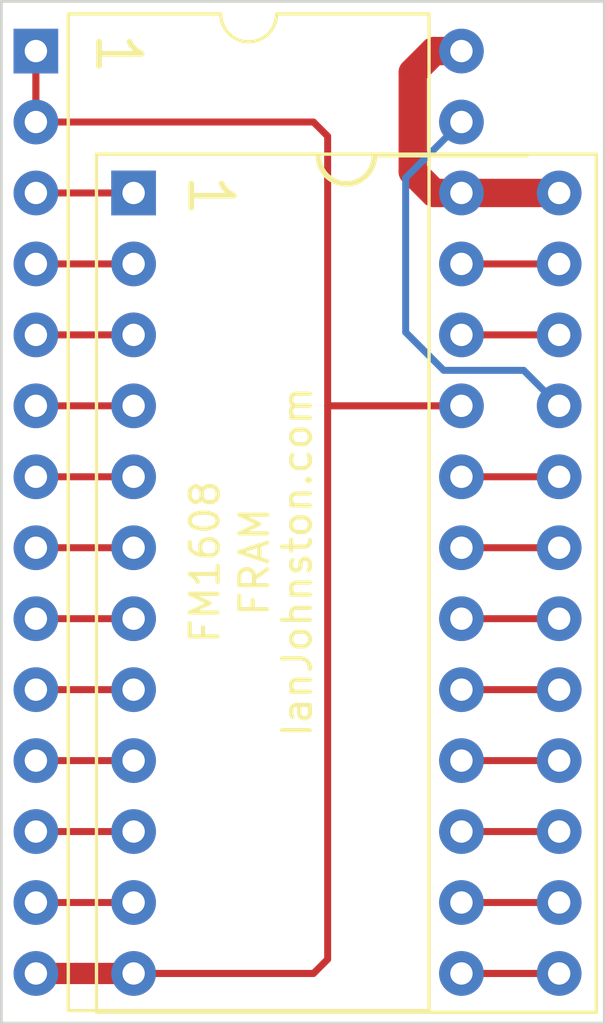
<source format=kicad_pcb>
(kicad_pcb (version 20240108) (generator "pcbnew") (generator_version "8.0")
  (layers (0 "F.Cu" signal) (31 "B.Cu" signal) (34 "B.Paste" user) (35 "F.Paste" user) (36 "B.SilkS" user "B.Silkscreen") (37 "F.SilkS" user "F.Silkscreen") (38 "B.Mask" user) (39 "F.Mask" user) (44 "Edge.Cuts" user))
  (net 0 "")
  (net 1 "Net-(SOCKET1-A7)")
  (net 2 "Net-(SOCKET1-A6)")
  (net 3 "Net-(SOCKET1-A5)")
  (net 4 "Net-(SOCKET1-A4)")
  (net 5 "Net-(SOCKET1-A3)")
  (net 6 "Net-(SOCKET1-A2)")
  (net 7 "Net-(SOCKET1-A1)")
  (net 8 "Net-(SOCKET1-A0)")
  (net 9 "Net-(SOCKET1-D0)")
  (net 10 "Net-(SOCKET1-D1)")
  (net 11 "Net-(SOCKET1-D2)")
  (net 12 "Net-(SOCKET1-GND)")
  (net 13 "Net-(SOCKET1-D3)")
  (net 14 "Net-(SOCKET1-D4)")
  (net 15 "Net-(SOCKET1-D5)")
  (net 16 "Net-(SOCKET1-D6)")
  (net 17 "Net-(SOCKET1-D7)")
  (net 18 "Net-(SOCKET1-~{CE})")
  (net 19 "Net-(SOCKET1-A10)")
  (net 20 "Net-(SOCKET1-~{OE})")
  (net 21 "Net-(SOCKET1-~{WE})")
  (net 22 "Net-(SOCKET1-A9)")
  (net 23 "Net-(SOCKET1-A8)")
  (net 24 "Net-(SOCKET1-VCC)")
  (footprint "Package_DIP:DIP-28_W15.24mm" (layer "F.Cu") (at 137.125 77.724)
    (property "Reference" "U1" (hide yes))
    (property "Value" "FM1608B-SG" (hide yes))
    (fp_line (start 1.16 -1.33) (end 1.16 34.35) (stroke (width 0.12)) (layer "F.SilkS"))
    (fp_line (start 1.16 34.35) (end 14.08 34.35) (stroke (width 0.12)) (layer "F.SilkS"))
    (fp_line (start 6.62 -1.33) (end 1.16 -1.33) (stroke (width 0.12)) (layer "F.SilkS"))
    (fp_line (start 14.08 -1.33) (end 8.62 -1.33) (stroke (width 0.12)) (layer "F.SilkS"))
    (fp_line (start 14.08 34.35) (end 14.08 -1.33) (stroke (width 0.12)) (layer "F.SilkS"))
    (fp_arc (start 8.62 -1.33) (mid 7.62 -0.33) (end 6.62 -1.33) (stroke (width 0.12)) (layer "F.SilkS"))
    (pad "1" thru_hole rect (at 0 0) (size 1.6 1.6) (drill 0.8) (layers "*.Cu" "*.Mask") (net 12 "Net-(SOCKET1-GND)"))
    (pad "2" thru_hole oval (at 0 2.54) (size 1.6 1.6) (drill 0.8) (layers "*.Cu" "*.Mask") (net 12 "Net-(SOCKET1-GND)"))
    (pad "3" thru_hole oval (at 0 5.08) (size 1.6 1.6) (drill 0.8) (layers "*.Cu" "*.Mask") (net 1 "Net-(SOCKET1-A7)"))
    (pad "4" thru_hole oval (at 0 7.62) (size 1.6 1.6) (drill 0.8) (layers "*.Cu" "*.Mask") (net 2 "Net-(SOCKET1-A6)"))
    (pad "5" thru_hole oval (at 0 10.16) (size 1.6 1.6) (drill 0.8) (layers "*.Cu" "*.Mask") (net 3 "Net-(SOCKET1-A5)"))
    (pad "6" thru_hole oval (at 0 12.7) (size 1.6 1.6) (drill 0.8) (layers "*.Cu" "*.Mask") (net 4 "Net-(SOCKET1-A4)"))
    (pad "7" thru_hole oval (at 0 15.24) (size 1.6 1.6) (drill 0.8) (layers "*.Cu" "*.Mask") (net 5 "Net-(SOCKET1-A3)"))
    (pad "8" thru_hole oval (at 0 17.78) (size 1.6 1.6) (drill 0.8) (layers "*.Cu" "*.Mask") (net 6 "Net-(SOCKET1-A2)"))
    (pad "9" thru_hole oval (at 0 20.32) (size 1.6 1.6) (drill 0.8) (layers "*.Cu" "*.Mask") (net 7 "Net-(SOCKET1-A1)"))
    (pad "10" thru_hole oval (at 0 22.86) (size 1.6 1.6) (drill 0.8) (layers "*.Cu" "*.Mask") (net 8 "Net-(SOCKET1-A0)"))
    (pad "11" thru_hole oval (at 0 25.4) (size 1.6 1.6) (drill 0.8) (layers "*.Cu" "*.Mask") (net 9 "Net-(SOCKET1-D0)"))
    (pad "12" thru_hole oval (at 0 27.94) (size 1.6 1.6) (drill 0.8) (layers "*.Cu" "*.Mask") (net 10 "Net-(SOCKET1-D1)"))
    (pad "13" thru_hole oval (at 0 30.48) (size 1.6 1.6) (drill 0.8) (layers "*.Cu" "*.Mask") (net 11 "Net-(SOCKET1-D2)"))
    (pad "14" thru_hole oval (at 0 33.02) (size 1.6 1.6) (drill 0.8) (layers "*.Cu" "*.Mask") (net 12 "Net-(SOCKET1-GND)"))
    (pad "15" thru_hole oval (at 15.24 33.02) (size 1.6 1.6) (drill 0.8) (layers "*.Cu" "*.Mask") (net 13 "Net-(SOCKET1-D3)"))
    (pad "16" thru_hole oval (at 15.24 30.48) (size 1.6 1.6) (drill 0.8) (layers "*.Cu" "*.Mask") (net 14 "Net-(SOCKET1-D4)"))
    (pad "17" thru_hole oval (at 15.24 27.94) (size 1.6 1.6) (drill 0.8) (layers "*.Cu" "*.Mask") (net 15 "Net-(SOCKET1-D5)"))
    (pad "18" thru_hole oval (at 15.24 25.4) (size 1.6 1.6) (drill 0.8) (layers "*.Cu" "*.Mask") (net 16 "Net-(SOCKET1-D6)"))
    (pad "19" thru_hole oval (at 15.24 22.86) (size 1.6 1.6) (drill 0.8) (layers "*.Cu" "*.Mask") (net 17 "Net-(SOCKET1-D7)"))
    (pad "20" thru_hole oval (at 15.24 20.32) (size 1.6 1.6) (drill 0.8) (layers "*.Cu" "*.Mask") (net 18 "Net-(SOCKET1-~{CE})"))
    (pad "21" thru_hole oval (at 15.24 17.78) (size 1.6 1.6) (drill 0.8) (layers "*.Cu" "*.Mask") (net 19 "Net-(SOCKET1-A10)"))
    (pad "22" thru_hole oval (at 15.24 15.24) (size 1.6 1.6) (drill 0.8) (layers "*.Cu" "*.Mask") (net 20 "Net-(SOCKET1-~{OE})"))
    (pad "23" thru_hole oval (at 15.24 12.7) (size 1.6 1.6) (drill 0.8) (layers "*.Cu" "*.Mask") (net 12 "Net-(SOCKET1-GND)"))
    (pad "24" thru_hole oval (at 15.24 10.16) (size 1.6 1.6) (drill 0.8) (layers "*.Cu" "*.Mask") (net 22 "Net-(SOCKET1-A9)"))
    (pad "25" thru_hole oval (at 15.24 7.62) (size 1.6 1.6) (drill 0.8) (layers "*.Cu" "*.Mask") (net 23 "Net-(SOCKET1-A8)"))
    (pad "26" thru_hole oval (at 15.24 5.08) (size 1.6 1.6) (drill 0.8) (layers "*.Cu" "*.Mask") (net 24 "Net-(SOCKET1-VCC)"))
    (pad "27" thru_hole oval (at 15.24 2.54) (size 1.6 1.6) (drill 0.8) (layers "*.Cu" "*.Mask") (net 21 "Net-(SOCKET1-~{WE})"))
    (pad "28" thru_hole oval (at 15.24 0) (size 1.6 1.6) (drill 0.8) (layers "*.Cu" "*.Mask") (net 24 "Net-(SOCKET1-VCC)"))
  )
  (footprint "Package_DIP:DIP-24_W15.24mm_Socket" (layer "F.Cu") (at 140.625 82.804)
    (property "Reference" "SOCKET1" (hide yes))
    (property "Value" "~" (hide yes))
    (fp_line (start -1.33 -1.39) (end -1.33 29.33) (stroke (width 0.12)) (layer "F.SilkS"))
    (fp_line (start -1.33 29.33) (end 16.57 29.33) (stroke (width 0.12)) (layer "F.SilkS"))
    (fp_line (start 14.08 -1.33) (end 8.62 -1.33) (stroke (width 0.12)) (layer "F.SilkS"))
    (fp_line (start 16.57 -1.39) (end -1.33 -1.39) (stroke (width 0.12)) (layer "F.SilkS"))
    (fp_line (start 16.57 29.33) (end 16.57 -1.39) (stroke (width 0.12)) (layer "F.SilkS"))
    (fp_arc (start 8.62 -1.33) (mid 7.62 -0.33) (end 6.62 -1.33) (stroke (width 0.2)) (layer "F.SilkS"))
    (pad "1" thru_hole rect (at 0 0) (size 1.6 1.6) (drill 0.8) (layers "*.Cu" "*.Mask") (net 1 "Net-(SOCKET1-A7)"))
    (pad "2" thru_hole oval (at 0 2.54) (size 1.6 1.6) (drill 0.8) (layers "*.Cu" "*.Mask") (net 2 "Net-(SOCKET1-A6)"))
    (pad "3" thru_hole oval (at 0 5.08) (size 1.6 1.6) (drill 0.8) (layers "*.Cu" "*.Mask") (net 3 "Net-(SOCKET1-A5)"))
    (pad "4" thru_hole oval (at 0 7.62) (size 1.6 1.6) (drill 0.8) (layers "*.Cu" "*.Mask") (net 4 "Net-(SOCKET1-A4)"))
    (pad "5" thru_hole oval (at 0 10.16) (size 1.6 1.6) (drill 0.8) (layers "*.Cu" "*.Mask") (net 5 "Net-(SOCKET1-A3)"))
    (pad "6" thru_hole oval (at 0 12.7) (size 1.6 1.6) (drill 0.8) (layers "*.Cu" "*.Mask") (net 6 "Net-(SOCKET1-A2)"))
    (pad "7" thru_hole oval (at 0 15.24) (size 1.6 1.6) (drill 0.8) (layers "*.Cu" "*.Mask") (net 7 "Net-(SOCKET1-A1)"))
    (pad "8" thru_hole oval (at 0 17.78) (size 1.6 1.6) (drill 0.8) (layers "*.Cu" "*.Mask") (net 8 "Net-(SOCKET1-A0)"))
    (pad "9" thru_hole oval (at 0 20.32) (size 1.6 1.6) (drill 0.8) (layers "*.Cu" "*.Mask") (net 9 "Net-(SOCKET1-D0)"))
    (pad "10" thru_hole oval (at 0 22.86) (size 1.6 1.6) (drill 0.8) (layers "*.Cu" "*.Mask") (net 10 "Net-(SOCKET1-D1)"))
    (pad "11" thru_hole oval (at 0 25.4) (size 1.6 1.6) (drill 0.8) (layers "*.Cu" "*.Mask") (net 11 "Net-(SOCKET1-D2)"))
    (pad "12" thru_hole oval (at 0 27.94) (size 1.6 1.6) (drill 0.8) (layers "*.Cu" "*.Mask") (net 12 "Net-(SOCKET1-GND)"))
    (pad "13" thru_hole oval (at 15.24 27.94) (size 1.6 1.6) (drill 0.8) (layers "*.Cu" "*.Mask") (net 13 "Net-(SOCKET1-D3)"))
    (pad "14" thru_hole oval (at 15.24 25.4) (size 1.6 1.6) (drill 0.8) (layers "*.Cu" "*.Mask") (net 14 "Net-(SOCKET1-D4)"))
    (pad "15" thru_hole oval (at 15.24 22.86) (size 1.6 1.6) (drill 0.8) (layers "*.Cu" "*.Mask") (net 15 "Net-(SOCKET1-D5)"))
    (pad "16" thru_hole oval (at 15.24 20.32) (size 1.6 1.6) (drill 0.8) (layers "*.Cu" "*.Mask") (net 16 "Net-(SOCKET1-D6)"))
    (pad "17" thru_hole oval (at 15.24 17.78) (size 1.6 1.6) (drill 0.8) (layers "*.Cu" "*.Mask") (net 17 "Net-(SOCKET1-D7)"))
    (pad "18" thru_hole oval (at 15.24 15.24) (size 1.6 1.6) (drill 0.8) (layers "*.Cu" "*.Mask") (net 18 "Net-(SOCKET1-~{CE})"))
    (pad "19" thru_hole oval (at 15.24 12.7) (size 1.6 1.6) (drill 0.8) (layers "*.Cu" "*.Mask") (net 19 "Net-(SOCKET1-A10)"))
    (pad "20" thru_hole oval (at 15.24 10.16) (size 1.6 1.6) (drill 0.8) (layers "*.Cu" "*.Mask") (net 20 "Net-(SOCKET1-~{OE})"))
    (pad "21" thru_hole oval (at 15.24 7.62) (size 1.6 1.6) (drill 0.8) (layers "*.Cu" "*.Mask") (net 21 "Net-(SOCKET1-~{WE})"))
    (pad "22" thru_hole oval (at 15.24 5.08) (size 1.6 1.6) (drill 0.8) (layers "*.Cu" "*.Mask") (net 22 "Net-(SOCKET1-A9)"))
    (pad "23" thru_hole oval (at 15.24 2.54) (size 1.6 1.6) (drill 0.8) (layers "*.Cu" "*.Mask") (net 23 "Net-(SOCKET1-A8)"))
    (pad "24" thru_hole oval (at 15.24 0) (size 1.6 1.6) (drill 0.8) (layers "*.Cu" "*.Mask") (net 24 "Net-(SOCKET1-VCC)"))
  )
  (gr_line (start 157.48 75.946) (end 157.48 112.522) (stroke (width 0.1)) (layer "Edge.Cuts"))
  (gr_line (start 135.89 75.946) (end 157.48 75.946) (stroke (width 0.1)) (layer "Edge.Cuts"))
  (gr_line (start 135.89 112.522) (end 135.89 75.946) (stroke (width 0.1)) (layer "Edge.Cuts"))
  (gr_line (start 157.48 112.522) (end 135.89 112.522) (stroke (width 0.1)) (layer "Edge.Cuts"))
  (gr_text "IanJohnston.com" (at 147.066 96.012 90) (layer "F.SilkS") (effects (font (size 1 1)) (justify bottom)))
  (gr_text "1" (at 142.494 82.042 270) (layer "F.SilkS") (effects (font (size 1.524 1.524) (thickness 0.2032)) (justify left bottom)))
  (gr_text "FM1608" (at 143.764 96.012 90) (layer "F.SilkS") (effects (font (size 1 1)) (justify bottom)))
  (gr_text "FRAM" (at 145.542 96.012 90) (layer "F.SilkS") (effects (font (size 1 1)) (justify bottom)))
  (gr_text "1" (at 139.192 76.962 270) (layer "F.SilkS") (effects (font (size 1.524 1.524) (thickness 0.2032)) (justify left bottom)))
  (segment (start 137.125 82.804) (end 140.625 82.804) (width 0.25) (layer "F.Cu") (net 1))
  (segment (start 137.125 85.344) (end 140.625 85.344) (width 0.25) (layer "F.Cu") (net 2))
  (segment (start 137.125 87.884) (end 140.625 87.884) (width 0.25) (layer "F.Cu") (net 3))
  (segment (start 137.125 90.424) (end 140.625 90.424) (width 0.25) (layer "F.Cu") (net 4))
  (segment (start 137.125 92.964) (end 140.625 92.964) (width 0.25) (layer "F.Cu") (net 5))
  (segment (start 137.125 95.504) (end 140.625 95.504) (width 0.25) (layer "F.Cu") (net 6))
  (segment (start 137.125 98.044) (end 140.625 98.044) (width 0.25) (layer "F.Cu") (net 7))
  (segment (start 137.125 100.584) (end 140.625 100.584) (width 0.25) (layer "F.Cu") (net 8))
  (segment (start 137.125 103.124) (end 140.625 103.124) (width 0.25) (layer "F.Cu") (net 9))
  (segment (start 137.125 105.664) (end 140.625 105.664) (width 0.25) (layer "F.Cu") (net 10))
  (segment (start 137.125 108.204) (end 140.625 108.204) (width 0.25) (layer "F.Cu") (net 11))
  (segment (start 147.574 80.77201) (end 147.574 90.424) (width 0.25) (layer "F.Cu") (net 12))
  (segment (start 137.125 80.264) (end 147.06599 80.264) (width 0.25) (layer "F.Cu") (net 12))
  (segment (start 140.625 110.744) (end 147.066 110.744) (width 0.254) (layer "F.Cu") (net 12))
  (segment (start 137.125 77.724) (end 137.125 80.264) (width 0.254) (layer "F.Cu") (net 12))
  (segment (start 152.365 90.424) (end 147.574 90.424) (width 0.254) (layer "F.Cu") (net 12))
  (segment (start 147.574 110.236) (end 147.066 110.744) (width 0.25) (layer "F.Cu") (net 12))
  (segment (start 137.125 110.744) (end 140.625 110.744) (width 0.762) (layer "F.Cu") (net 12))
  (segment (start 147.06599 80.264) (end 147.574 80.77201) (width 0.25) (layer "F.Cu") (net 12))
  (segment (start 147.574 90.424) (end 147.574 110.236) (width 0.25) (layer "F.Cu") (net 12))
  (segment (start 152.365 110.744) (end 155.865 110.744) (width 0.254) (layer "F.Cu") (net 13))
  (segment (start 155.865 108.204) (end 152.365 108.204) (width 0.25) (layer "F.Cu") (net 14))
  (segment (start 155.865 105.664) (end 152.365 105.664) (width 0.25) (layer "F.Cu") (net 15))
  (segment (start 155.865 103.124) (end 152.365 103.124) (width 0.25) (layer "F.Cu") (net 16))
  (segment (start 155.865 100.584) (end 152.365 100.584) (width 0.25) (layer "F.Cu") (net 17))
  (segment (start 152.365 98.044) (end 155.865 98.044) (width 0.25) (layer "F.Cu") (net 18))
  (segment (start 155.865 95.504) (end 152.365 95.504) (width 0.25) (layer "F.Cu") (net 19))
  (segment (start 155.865 92.964) (end 152.365 92.964) (width 0.25) (layer "F.Cu") (net 20))
  (segment (start 150.368 87.790604) (end 150.368 82.261) (width 0.25) (layer "B.Cu") (net 21))
  (segment (start 151.731396 89.154) (end 150.368 87.790604) (width 0.25) (layer "B.Cu") (net 21))
  (segment (start 154.595 89.154) (end 151.731396 89.154) (width 0.25) (layer "B.Cu") (net 21))
  (segment (start 150.368 82.261) (end 152.365 80.264) (width 0.25) (layer "B.Cu") (net 21))
  (segment (start 155.865 90.424) (end 154.595 89.154) (width 0.25) (layer "B.Cu") (net 21))
  (segment (start 155.865 87.884) (end 152.365 87.884) (width 0.25) (layer "F.Cu") (net 22))
  (segment (start 155.865 85.344) (end 152.365 85.344) (width 0.25) (layer "F.Cu") (net 23))
  (segment (start 155.865 82.804) (end 152.365 82.804) (width 1.016) (layer "F.Cu") (net 24))
  (segment (start 151.384 77.724) (end 152.365 77.724) (width 1.016) (layer "F.Cu") (net 24))
  (segment (start 151.384 82.804) (end 150.622 82.042) (width 1.016) (layer "F.Cu") (net 24))
  (segment (start 152.365 82.804) (end 151.384 82.804) (width 1.016) (layer "F.Cu") (net 24))
  (segment (start 150.622 78.486) (end 151.384 77.724) (width 1.016) (layer "F.Cu") (net 24))
  (segment (start 150.622 82.042) (end 150.622 78.486) (width 1.016) (layer "F.Cu") (net 24))
)
</source>
